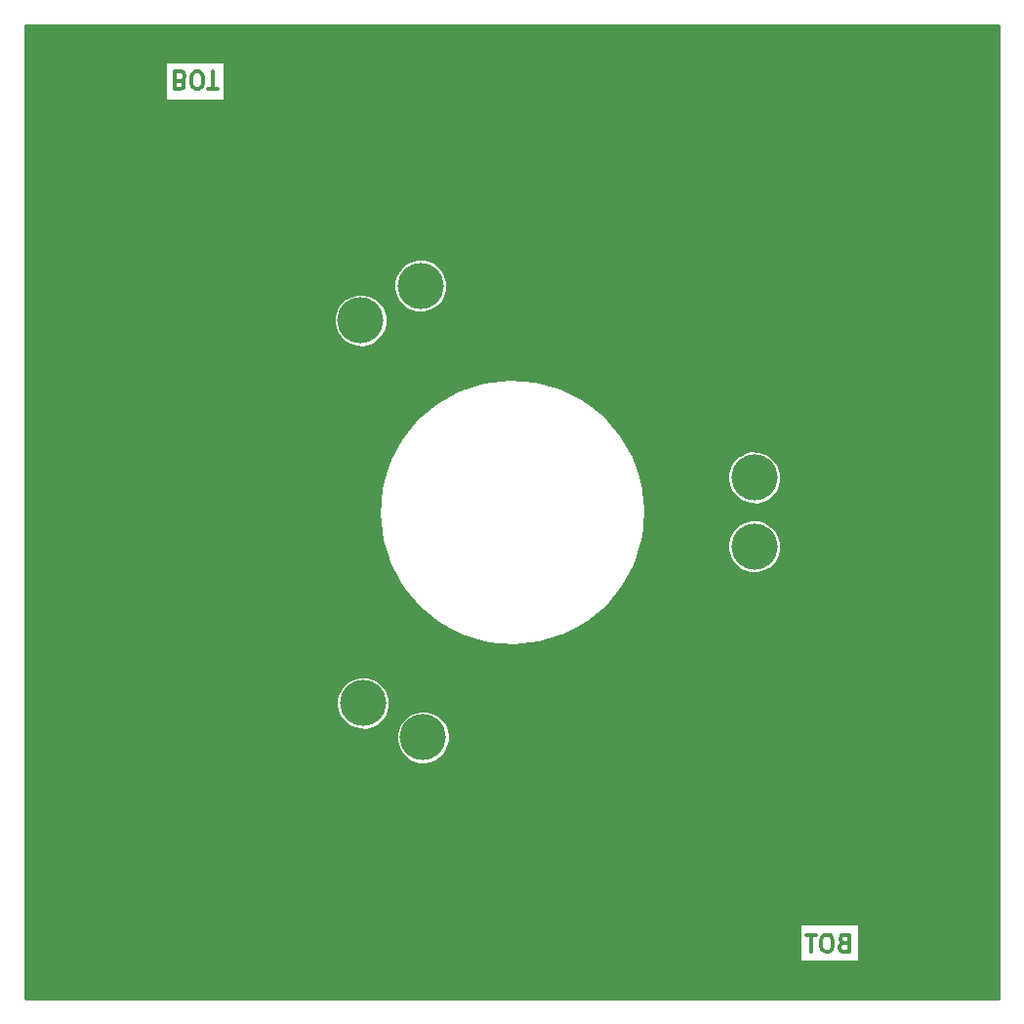
<source format=gbl>
G04 #@! TF.FileFunction,Copper,L2,Bot,Signal*
%FSLAX46Y46*%
G04 Gerber Fmt 4.6, Leading zero omitted, Abs format (unit mm)*
G04 Created by KiCad (PCBNEW 4.0.2-stable) date Tue 18 Apr 2017 08:05:02 AM CEST*
%MOMM*%
G01*
G04 APERTURE LIST*
%ADD10C,0.100000*%
%ADD11C,0.300000*%
%ADD12C,4.000000*%
%ADD13C,5.000000*%
%ADD14C,0.600000*%
%ADD15C,1.600000*%
%ADD16C,0.254000*%
G04 APERTURE END LIST*
D10*
D11*
X71250000Y-62607143D02*
X71464286Y-62535714D01*
X71535714Y-62464286D01*
X71607143Y-62321429D01*
X71607143Y-62107143D01*
X71535714Y-61964286D01*
X71464286Y-61892857D01*
X71321428Y-61821429D01*
X70750000Y-61821429D01*
X70750000Y-63321429D01*
X71250000Y-63321429D01*
X71392857Y-63250000D01*
X71464286Y-63178571D01*
X71535714Y-63035714D01*
X71535714Y-62892857D01*
X71464286Y-62750000D01*
X71392857Y-62678571D01*
X71250000Y-62607143D01*
X70750000Y-62607143D01*
X72535714Y-63321429D02*
X72821428Y-63321429D01*
X72964286Y-63250000D01*
X73107143Y-63107143D01*
X73178571Y-62821429D01*
X73178571Y-62321429D01*
X73107143Y-62035714D01*
X72964286Y-61892857D01*
X72821428Y-61821429D01*
X72535714Y-61821429D01*
X72392857Y-61892857D01*
X72250000Y-62035714D01*
X72178571Y-62321429D01*
X72178571Y-62821429D01*
X72250000Y-63107143D01*
X72392857Y-63250000D01*
X72535714Y-63321429D01*
X73607143Y-63321429D02*
X74464286Y-63321429D01*
X74035715Y-61821429D02*
X74035715Y-63321429D01*
X128750000Y-137392857D02*
X128535714Y-137464286D01*
X128464286Y-137535714D01*
X128392857Y-137678571D01*
X128392857Y-137892857D01*
X128464286Y-138035714D01*
X128535714Y-138107143D01*
X128678572Y-138178571D01*
X129250000Y-138178571D01*
X129250000Y-136678571D01*
X128750000Y-136678571D01*
X128607143Y-136750000D01*
X128535714Y-136821429D01*
X128464286Y-136964286D01*
X128464286Y-137107143D01*
X128535714Y-137250000D01*
X128607143Y-137321429D01*
X128750000Y-137392857D01*
X129250000Y-137392857D01*
X127464286Y-136678571D02*
X127178572Y-136678571D01*
X127035714Y-136750000D01*
X126892857Y-136892857D01*
X126821429Y-137178571D01*
X126821429Y-137678571D01*
X126892857Y-137964286D01*
X127035714Y-138107143D01*
X127178572Y-138178571D01*
X127464286Y-138178571D01*
X127607143Y-138107143D01*
X127750000Y-137964286D01*
X127821429Y-137678571D01*
X127821429Y-137178571D01*
X127750000Y-136892857D01*
X127607143Y-136750000D01*
X127464286Y-136678571D01*
X126392857Y-136678571D02*
X125535714Y-136678571D01*
X125964285Y-138178571D02*
X125964285Y-136678571D01*
D12*
X92258330Y-119562178D03*
X87062178Y-116562178D03*
X86857695Y-83370835D03*
X92053848Y-80370835D03*
X121000000Y-97000000D03*
X121000000Y-103000000D03*
X65000000Y-135000000D03*
X135000000Y-135000000D03*
X65000000Y-65000000D03*
X135000000Y-65000000D03*
D13*
X121500000Y-62760908D03*
X137239092Y-78500000D03*
D14*
X112250000Y-100000000D03*
X112063895Y-102127190D03*
X111511235Y-104189747D03*
X110608811Y-106125000D03*
X109384044Y-107874148D03*
X107874148Y-109384044D03*
X106125000Y-110608811D03*
X104189747Y-111511235D03*
X102127190Y-112063895D03*
X100000000Y-112250000D03*
X97872810Y-112063895D03*
X95810253Y-111511235D03*
X93875000Y-110608811D03*
X92125852Y-109384044D03*
X90615956Y-107874148D03*
X89391189Y-106125000D03*
X88488765Y-104189747D03*
X87936105Y-102127190D03*
X87750000Y-100000000D03*
X87936105Y-97872810D03*
X88488765Y-95810253D03*
X89391189Y-93875000D03*
X90615956Y-92125852D03*
X92125852Y-90615956D03*
X93875000Y-89391189D03*
X95810253Y-88488765D03*
X97872810Y-87936105D03*
X100000000Y-87750000D03*
X102127190Y-87936105D03*
X104189747Y-88488765D03*
X106125000Y-89391189D03*
X107874148Y-90615956D03*
X109384044Y-92125852D03*
X110608811Y-93875000D03*
X111511235Y-95810253D03*
X112063895Y-97872810D03*
D11*
X114000000Y-100000000D02*
X111900000Y-100000000D01*
X114000000Y-114000000D02*
X114000000Y-100000000D01*
X135000000Y-135000000D02*
X114000000Y-114000000D01*
D15*
X112250000Y-100000000D02*
X112244818Y-100356288D01*
X112244818Y-100356288D02*
X112229275Y-100712274D01*
X112229275Y-100712274D02*
X112203385Y-101067658D01*
X112203385Y-101067658D02*
X112167170Y-101422138D01*
X112167170Y-101422138D02*
X112120660Y-101775415D01*
X112120660Y-101775415D02*
X112063895Y-102127190D01*
X112063895Y-102127190D02*
X111996923Y-102477165D01*
X111996923Y-102477165D02*
X111919800Y-102825044D01*
X111919800Y-102825044D02*
X111832591Y-103170533D01*
X111832591Y-103170533D02*
X111735372Y-103513340D01*
X111735372Y-103513340D02*
X111628222Y-103853173D01*
X111628222Y-103853173D02*
X111511235Y-104189747D01*
X111511235Y-104189747D02*
X111384507Y-104522775D01*
X111384507Y-104522775D02*
X111248147Y-104851977D01*
X111248147Y-104851977D02*
X111102270Y-105177074D01*
X111102270Y-105177074D02*
X110947000Y-105497790D01*
X110947000Y-105497790D02*
X110782467Y-105813855D01*
X110782467Y-105813855D02*
X110608811Y-106125000D01*
X110608811Y-106125000D02*
X110426179Y-106430963D01*
X110426179Y-106430963D02*
X110234726Y-106731485D01*
X110234726Y-106731485D02*
X110034613Y-107026311D01*
X110034613Y-107026311D02*
X109826009Y-107315193D01*
X109826009Y-107315193D02*
X109609092Y-107597885D01*
X109609092Y-107597885D02*
X109384044Y-107874148D01*
X109384044Y-107874148D02*
X109151057Y-108143749D01*
X109151057Y-108143749D02*
X108910327Y-108406460D01*
X108910327Y-108406460D02*
X108662058Y-108662058D01*
X108662058Y-108662058D02*
X108406460Y-108910327D01*
X108406460Y-108910327D02*
X108143749Y-109151057D01*
X108143749Y-109151057D02*
X107874148Y-109384044D01*
X107874148Y-109384044D02*
X107597885Y-109609092D01*
X107597885Y-109609092D02*
X107315193Y-109826009D01*
X107315193Y-109826009D02*
X107026311Y-110034613D01*
X107026311Y-110034613D02*
X106731485Y-110234726D01*
X106731485Y-110234726D02*
X106430963Y-110426179D01*
X106430963Y-110426179D02*
X106125000Y-110608811D01*
X106125000Y-110608811D02*
X105813855Y-110782467D01*
X105813855Y-110782467D02*
X105497790Y-110947000D01*
X105497790Y-110947000D02*
X105177074Y-111102270D01*
X105177074Y-111102270D02*
X104851977Y-111248147D01*
X104851977Y-111248147D02*
X104522775Y-111384507D01*
X104522775Y-111384507D02*
X104189747Y-111511235D01*
X104189747Y-111511235D02*
X103853173Y-111628222D01*
X103853173Y-111628222D02*
X103513340Y-111735372D01*
X103513340Y-111735372D02*
X103170533Y-111832591D01*
X103170533Y-111832591D02*
X102825044Y-111919800D01*
X102825044Y-111919800D02*
X102477165Y-111996923D01*
X102477165Y-111996923D02*
X102127190Y-112063895D01*
X102127190Y-112063895D02*
X101775415Y-112120660D01*
X101775415Y-112120660D02*
X101422138Y-112167170D01*
X101422138Y-112167170D02*
X101067658Y-112203385D01*
X101067658Y-112203385D02*
X100712274Y-112229275D01*
X100712274Y-112229275D02*
X100356288Y-112244818D01*
X100356288Y-112244818D02*
X100000000Y-112250000D01*
X100000000Y-112250000D02*
X99643712Y-112244818D01*
X99643712Y-112244818D02*
X99287726Y-112229275D01*
X99287726Y-112229275D02*
X98932342Y-112203385D01*
X98932342Y-112203385D02*
X98577862Y-112167170D01*
X98577862Y-112167170D02*
X98224585Y-112120660D01*
X98224585Y-112120660D02*
X97872810Y-112063895D01*
X97872810Y-112063895D02*
X97522835Y-111996923D01*
X97522835Y-111996923D02*
X97174956Y-111919800D01*
X97174956Y-111919800D02*
X96829467Y-111832591D01*
X96829467Y-111832591D02*
X96486660Y-111735372D01*
X96486660Y-111735372D02*
X96146827Y-111628222D01*
X96146827Y-111628222D02*
X95810253Y-111511235D01*
X95810253Y-111511235D02*
X95477225Y-111384507D01*
X95477225Y-111384507D02*
X95148023Y-111248147D01*
X95148023Y-111248147D02*
X94822926Y-111102270D01*
X94822926Y-111102270D02*
X94502210Y-110947000D01*
X94502210Y-110947000D02*
X94186145Y-110782467D01*
X94186145Y-110782467D02*
X93875000Y-110608811D01*
X93875000Y-110608811D02*
X93569037Y-110426179D01*
X93569037Y-110426179D02*
X93268515Y-110234726D01*
X93268515Y-110234726D02*
X92973689Y-110034613D01*
X92973689Y-110034613D02*
X92684807Y-109826009D01*
X92684807Y-109826009D02*
X92402115Y-109609092D01*
X92402115Y-109609092D02*
X92125852Y-109384044D01*
X92125852Y-109384044D02*
X91856251Y-109151057D01*
X91856251Y-109151057D02*
X91593540Y-108910327D01*
X91593540Y-108910327D02*
X91337942Y-108662058D01*
X91337942Y-108662058D02*
X91089673Y-108406460D01*
X91089673Y-108406460D02*
X90848943Y-108143749D01*
X90848943Y-108143749D02*
X90615956Y-107874148D01*
X90615956Y-107874148D02*
X90390908Y-107597885D01*
X90390908Y-107597885D02*
X90173991Y-107315193D01*
X90173991Y-107315193D02*
X89965387Y-107026311D01*
X89965387Y-107026311D02*
X89765274Y-106731485D01*
X89765274Y-106731485D02*
X89573821Y-106430963D01*
X89573821Y-106430963D02*
X89391189Y-106125000D01*
X89391189Y-106125000D02*
X89217533Y-105813855D01*
X89217533Y-105813855D02*
X89053000Y-105497790D01*
X89053000Y-105497790D02*
X88897730Y-105177074D01*
X88897730Y-105177074D02*
X88751853Y-104851977D01*
X88751853Y-104851977D02*
X88615493Y-104522775D01*
X88615493Y-104522775D02*
X88488765Y-104189747D01*
X88488765Y-104189747D02*
X88371778Y-103853173D01*
X88371778Y-103853173D02*
X88264628Y-103513340D01*
X88264628Y-103513340D02*
X88167409Y-103170533D01*
X88167409Y-103170533D02*
X88080200Y-102825044D01*
X88080200Y-102825044D02*
X88003077Y-102477165D01*
X88003077Y-102477165D02*
X87936105Y-102127190D01*
X87936105Y-102127190D02*
X87879340Y-101775415D01*
X87879340Y-101775415D02*
X87832830Y-101422138D01*
X87832830Y-101422138D02*
X87796615Y-101067658D01*
X87796615Y-101067658D02*
X87770725Y-100712274D01*
X87770725Y-100712274D02*
X87755182Y-100356288D01*
X87755182Y-100356288D02*
X87750000Y-100000000D01*
X87750000Y-100000000D02*
X87755182Y-99643712D01*
X87755182Y-99643712D02*
X87770725Y-99287726D01*
X87770725Y-99287726D02*
X87796615Y-98932342D01*
X87796615Y-98932342D02*
X87832830Y-98577862D01*
X87832830Y-98577862D02*
X87879340Y-98224585D01*
X87879340Y-98224585D02*
X87936105Y-97872810D01*
X87936105Y-97872810D02*
X88003077Y-97522835D01*
X88003077Y-97522835D02*
X88080200Y-97174956D01*
X88080200Y-97174956D02*
X88167409Y-96829467D01*
X88167409Y-96829467D02*
X88264628Y-96486660D01*
X88264628Y-96486660D02*
X88371778Y-96146827D01*
X88371778Y-96146827D02*
X88488765Y-95810253D01*
X88488765Y-95810253D02*
X88615493Y-95477225D01*
X88615493Y-95477225D02*
X88751853Y-95148023D01*
X88751853Y-95148023D02*
X88897730Y-94822926D01*
X88897730Y-94822926D02*
X89053000Y-94502210D01*
X89053000Y-94502210D02*
X89217533Y-94186145D01*
X89217533Y-94186145D02*
X89391189Y-93875000D01*
X89391189Y-93875000D02*
X89573821Y-93569037D01*
X89573821Y-93569037D02*
X89765274Y-93268515D01*
X89765274Y-93268515D02*
X89965387Y-92973689D01*
X89965387Y-92973689D02*
X90173991Y-92684807D01*
X90173991Y-92684807D02*
X90390908Y-92402115D01*
X90390908Y-92402115D02*
X90615956Y-92125852D01*
X90615956Y-92125852D02*
X90848943Y-91856251D01*
X90848943Y-91856251D02*
X91089673Y-91593540D01*
X91089673Y-91593540D02*
X91337942Y-91337942D01*
X91337942Y-91337942D02*
X91593540Y-91089673D01*
X91593540Y-91089673D02*
X91856251Y-90848943D01*
X91856251Y-90848943D02*
X92125852Y-90615956D01*
X92125852Y-90615956D02*
X92402115Y-90390908D01*
X92402115Y-90390908D02*
X92684807Y-90173991D01*
X92684807Y-90173991D02*
X92973689Y-89965387D01*
X92973689Y-89965387D02*
X93268515Y-89765274D01*
X93268515Y-89765274D02*
X93569037Y-89573821D01*
X93569037Y-89573821D02*
X93875000Y-89391189D01*
X93875000Y-89391189D02*
X94186145Y-89217533D01*
X94186145Y-89217533D02*
X94502210Y-89053000D01*
X94502210Y-89053000D02*
X94822926Y-88897730D01*
X94822926Y-88897730D02*
X95148023Y-88751853D01*
X95148023Y-88751853D02*
X95477225Y-88615493D01*
X95477225Y-88615493D02*
X95810253Y-88488765D01*
X95810253Y-88488765D02*
X96146827Y-88371778D01*
X96146827Y-88371778D02*
X96486660Y-88264628D01*
X96486660Y-88264628D02*
X96829467Y-88167409D01*
X96829467Y-88167409D02*
X97174956Y-88080200D01*
X97174956Y-88080200D02*
X97522835Y-88003077D01*
X97522835Y-88003077D02*
X97872810Y-87936105D01*
X97872810Y-87936105D02*
X98224585Y-87879340D01*
X98224585Y-87879340D02*
X98577862Y-87832830D01*
X98577862Y-87832830D02*
X98932342Y-87796615D01*
X98932342Y-87796615D02*
X99287726Y-87770725D01*
X99287726Y-87770725D02*
X99643712Y-87755182D01*
X99643712Y-87755182D02*
X100000000Y-87750000D01*
X100000000Y-87750000D02*
X100356288Y-87755182D01*
X100356288Y-87755182D02*
X100712274Y-87770725D01*
X100712274Y-87770725D02*
X101067658Y-87796615D01*
X101067658Y-87796615D02*
X101422138Y-87832830D01*
X101422138Y-87832830D02*
X101775415Y-87879340D01*
X101775415Y-87879340D02*
X102127190Y-87936105D01*
X102127190Y-87936105D02*
X102477165Y-88003077D01*
X102477165Y-88003077D02*
X102825044Y-88080200D01*
X102825044Y-88080200D02*
X103170533Y-88167409D01*
X103170533Y-88167409D02*
X103513340Y-88264628D01*
X103513340Y-88264628D02*
X103853173Y-88371778D01*
X103853173Y-88371778D02*
X104189747Y-88488765D01*
X104189747Y-88488765D02*
X104522775Y-88615493D01*
X104522775Y-88615493D02*
X104851977Y-88751853D01*
X104851977Y-88751853D02*
X105177074Y-88897730D01*
X105177074Y-88897730D02*
X105497790Y-89053000D01*
X105497790Y-89053000D02*
X105813855Y-89217533D01*
X105813855Y-89217533D02*
X106125000Y-89391189D01*
X106125000Y-89391189D02*
X106430963Y-89573821D01*
X106430963Y-89573821D02*
X106731485Y-89765274D01*
X106731485Y-89765274D02*
X107026311Y-89965387D01*
X107026311Y-89965387D02*
X107315193Y-90173991D01*
X107315193Y-90173991D02*
X107597885Y-90390908D01*
X107597885Y-90390908D02*
X107874148Y-90615956D01*
X107874148Y-90615956D02*
X108143749Y-90848943D01*
X108143749Y-90848943D02*
X108406460Y-91089673D01*
X108406460Y-91089673D02*
X108662058Y-91337942D01*
X108662058Y-91337942D02*
X108910327Y-91593540D01*
X108910327Y-91593540D02*
X109151057Y-91856251D01*
X109151057Y-91856251D02*
X109384044Y-92125852D01*
X109384044Y-92125852D02*
X109609092Y-92402115D01*
X109609092Y-92402115D02*
X109826009Y-92684807D01*
X109826009Y-92684807D02*
X110034613Y-92973689D01*
X110034613Y-92973689D02*
X110234726Y-93268515D01*
X110234726Y-93268515D02*
X110426179Y-93569037D01*
X110426179Y-93569037D02*
X110608811Y-93875000D01*
X110608811Y-93875000D02*
X110782467Y-94186145D01*
X110782467Y-94186145D02*
X110947000Y-94502210D01*
X110947000Y-94502210D02*
X111102270Y-94822926D01*
X111102270Y-94822926D02*
X111248147Y-95148023D01*
X111248147Y-95148023D02*
X111384507Y-95477225D01*
X111384507Y-95477225D02*
X111511235Y-95810253D01*
X111511235Y-95810253D02*
X111628222Y-96146827D01*
X111628222Y-96146827D02*
X111735372Y-96486660D01*
X111735372Y-96486660D02*
X111832591Y-96829467D01*
X111832591Y-96829467D02*
X111919800Y-97174956D01*
X111919800Y-97174956D02*
X111996923Y-97522835D01*
X111996923Y-97522835D02*
X112063895Y-97872810D01*
X112063895Y-97872810D02*
X112120660Y-98224585D01*
X112120660Y-98224585D02*
X112167170Y-98577862D01*
X112167170Y-98577862D02*
X112203385Y-98932342D01*
X112203385Y-98932342D02*
X112229275Y-99287726D01*
X112229275Y-99287726D02*
X112244818Y-99643712D01*
X112244818Y-99643712D02*
X112250000Y-100000000D01*
D16*
G36*
X142172500Y-142172500D02*
X57827500Y-142172500D01*
X57827500Y-135673000D01*
X124915857Y-135673000D01*
X124915857Y-139027000D01*
X130084143Y-139027000D01*
X130084143Y-135673000D01*
X124915857Y-135673000D01*
X57827500Y-135673000D01*
X57827500Y-119757838D01*
X89928272Y-119757838D01*
X90010651Y-120206690D01*
X90178644Y-120630991D01*
X90425852Y-121014582D01*
X90742858Y-121342852D01*
X91117588Y-121603296D01*
X91535768Y-121785994D01*
X91981471Y-121883989D01*
X92437719Y-121893546D01*
X92887134Y-121814302D01*
X93312598Y-121649275D01*
X93697906Y-121404751D01*
X94028381Y-121090045D01*
X94291434Y-120717142D01*
X94477048Y-120300247D01*
X94578151Y-119855240D01*
X94585429Y-119334004D01*
X94496791Y-118886347D01*
X94322890Y-118464432D01*
X94070351Y-118084330D01*
X93748792Y-117760518D01*
X93370463Y-117505332D01*
X92949772Y-117328490D01*
X92502745Y-117236728D01*
X92046408Y-117233542D01*
X91598143Y-117319053D01*
X91175024Y-117490005D01*
X90793168Y-117739884D01*
X90467120Y-118059174D01*
X90209298Y-118435713D01*
X90029523Y-118855159D01*
X89934643Y-119301535D01*
X89928272Y-119757838D01*
X57827500Y-119757838D01*
X57827500Y-116757838D01*
X84732120Y-116757838D01*
X84814499Y-117206690D01*
X84982492Y-117630991D01*
X85229700Y-118014582D01*
X85546706Y-118342852D01*
X85921436Y-118603296D01*
X86339616Y-118785994D01*
X86785319Y-118883989D01*
X87241567Y-118893546D01*
X87690982Y-118814302D01*
X88116446Y-118649275D01*
X88501754Y-118404751D01*
X88832229Y-118090045D01*
X89095282Y-117717142D01*
X89280896Y-117300247D01*
X89381999Y-116855240D01*
X89389277Y-116334004D01*
X89300639Y-115886347D01*
X89126738Y-115464432D01*
X88874199Y-115084330D01*
X88552640Y-114760518D01*
X88174311Y-114505332D01*
X87753620Y-114328490D01*
X87306593Y-114236728D01*
X86850256Y-114233542D01*
X86401991Y-114319053D01*
X85978872Y-114490005D01*
X85597016Y-114739884D01*
X85270968Y-115059174D01*
X85013146Y-115435713D01*
X84833371Y-115855159D01*
X84738491Y-116301535D01*
X84732120Y-116757838D01*
X57827500Y-116757838D01*
X57827500Y-100161647D01*
X88423629Y-100161647D01*
X88675496Y-102407098D01*
X89358711Y-104560862D01*
X90447248Y-106540905D01*
X91899648Y-108271807D01*
X93660587Y-109687639D01*
X95662992Y-110734471D01*
X97830593Y-111372431D01*
X100080826Y-111577218D01*
X102327980Y-111341032D01*
X104486462Y-110672871D01*
X106474056Y-109598182D01*
X108215055Y-108157903D01*
X109643146Y-106406891D01*
X110703932Y-104411842D01*
X111071118Y-103195660D01*
X118669942Y-103195660D01*
X118752321Y-103644512D01*
X118920314Y-104068813D01*
X119167522Y-104452404D01*
X119484528Y-104780674D01*
X119859258Y-105041118D01*
X120277438Y-105223816D01*
X120723141Y-105321811D01*
X121179389Y-105331368D01*
X121628804Y-105252124D01*
X122054268Y-105087097D01*
X122439576Y-104842573D01*
X122770051Y-104527867D01*
X123033104Y-104154964D01*
X123218718Y-103738069D01*
X123319821Y-103293062D01*
X123327099Y-102771826D01*
X123238461Y-102324169D01*
X123064560Y-101902254D01*
X122812021Y-101522152D01*
X122490462Y-101198340D01*
X122112133Y-100943154D01*
X121691442Y-100766312D01*
X121244415Y-100674550D01*
X120788078Y-100671364D01*
X120339813Y-100756875D01*
X119916694Y-100927827D01*
X119534838Y-101177706D01*
X119208790Y-101496996D01*
X118950968Y-101873535D01*
X118771193Y-102292981D01*
X118676313Y-102739357D01*
X118669942Y-103195660D01*
X111071118Y-103195660D01*
X111357008Y-102248748D01*
X111577500Y-100000000D01*
X111572986Y-99676737D01*
X111289792Y-97435022D01*
X111210167Y-97195660D01*
X118669942Y-97195660D01*
X118752321Y-97644512D01*
X118920314Y-98068813D01*
X119167522Y-98452404D01*
X119484528Y-98780674D01*
X119859258Y-99041118D01*
X120277438Y-99223816D01*
X120723141Y-99321811D01*
X121179389Y-99331368D01*
X121628804Y-99252124D01*
X122054268Y-99087097D01*
X122439576Y-98842573D01*
X122770051Y-98527867D01*
X123033104Y-98154964D01*
X123218718Y-97738069D01*
X123319821Y-97293062D01*
X123327099Y-96771826D01*
X123238461Y-96324169D01*
X123064560Y-95902254D01*
X122812021Y-95522152D01*
X122490462Y-95198340D01*
X122112133Y-94943154D01*
X121691442Y-94766312D01*
X121244415Y-94674550D01*
X120788078Y-94671364D01*
X120339813Y-94756875D01*
X119916694Y-94927827D01*
X119534838Y-95177706D01*
X119208790Y-95496996D01*
X118950968Y-95873535D01*
X118771193Y-96292981D01*
X118676313Y-96739357D01*
X118669942Y-97195660D01*
X111210167Y-97195660D01*
X110576573Y-95291007D01*
X109460495Y-93326355D01*
X107984070Y-91615900D01*
X106203535Y-90224793D01*
X104186708Y-89206021D01*
X102010412Y-88598388D01*
X99757539Y-88425039D01*
X97513902Y-88692577D01*
X95364959Y-89390810D01*
X93392564Y-90493145D01*
X91671843Y-91957593D01*
X90268340Y-93728373D01*
X89235513Y-95738038D01*
X88612701Y-97910040D01*
X88423629Y-100161647D01*
X57827500Y-100161647D01*
X57827500Y-83566495D01*
X84527637Y-83566495D01*
X84610016Y-84015347D01*
X84778009Y-84439648D01*
X85025217Y-84823239D01*
X85342223Y-85151509D01*
X85716953Y-85411953D01*
X86135133Y-85594651D01*
X86580836Y-85692646D01*
X87037084Y-85702203D01*
X87486499Y-85622959D01*
X87911963Y-85457932D01*
X88297271Y-85213408D01*
X88627746Y-84898702D01*
X88890799Y-84525799D01*
X89076413Y-84108904D01*
X89177516Y-83663897D01*
X89184794Y-83142661D01*
X89096156Y-82695004D01*
X88922255Y-82273089D01*
X88669716Y-81892987D01*
X88348157Y-81569175D01*
X87969828Y-81313989D01*
X87549137Y-81137147D01*
X87102110Y-81045385D01*
X86645773Y-81042199D01*
X86197508Y-81127710D01*
X85774389Y-81298662D01*
X85392533Y-81548541D01*
X85066485Y-81867831D01*
X84808663Y-82244370D01*
X84628888Y-82663816D01*
X84534008Y-83110192D01*
X84527637Y-83566495D01*
X57827500Y-83566495D01*
X57827500Y-80566495D01*
X89723790Y-80566495D01*
X89806169Y-81015347D01*
X89974162Y-81439648D01*
X90221370Y-81823239D01*
X90538376Y-82151509D01*
X90913106Y-82411953D01*
X91331286Y-82594651D01*
X91776989Y-82692646D01*
X92233237Y-82702203D01*
X92682652Y-82622959D01*
X93108116Y-82457932D01*
X93493424Y-82213408D01*
X93823899Y-81898702D01*
X94086952Y-81525799D01*
X94272566Y-81108904D01*
X94373669Y-80663897D01*
X94380947Y-80142661D01*
X94292309Y-79695004D01*
X94118408Y-79273089D01*
X93865869Y-78892987D01*
X93544310Y-78569175D01*
X93165981Y-78313989D01*
X92745290Y-78137147D01*
X92298263Y-78045385D01*
X91841926Y-78042199D01*
X91393661Y-78127710D01*
X90970542Y-78298662D01*
X90588686Y-78548541D01*
X90262638Y-78867831D01*
X90004816Y-79244370D01*
X89825041Y-79663816D01*
X89730161Y-80110192D01*
X89723790Y-80566495D01*
X57827500Y-80566495D01*
X57827500Y-60973000D01*
X69915857Y-60973000D01*
X69915857Y-64327000D01*
X75084143Y-64327000D01*
X75084143Y-60973000D01*
X69915857Y-60973000D01*
X57827500Y-60973000D01*
X57827500Y-57827500D01*
X142172500Y-57827500D01*
X142172500Y-142172500D01*
X142172500Y-142172500D01*
G37*
X142172500Y-142172500D02*
X57827500Y-142172500D01*
X57827500Y-135673000D01*
X124915857Y-135673000D01*
X124915857Y-139027000D01*
X130084143Y-139027000D01*
X130084143Y-135673000D01*
X124915857Y-135673000D01*
X57827500Y-135673000D01*
X57827500Y-119757838D01*
X89928272Y-119757838D01*
X90010651Y-120206690D01*
X90178644Y-120630991D01*
X90425852Y-121014582D01*
X90742858Y-121342852D01*
X91117588Y-121603296D01*
X91535768Y-121785994D01*
X91981471Y-121883989D01*
X92437719Y-121893546D01*
X92887134Y-121814302D01*
X93312598Y-121649275D01*
X93697906Y-121404751D01*
X94028381Y-121090045D01*
X94291434Y-120717142D01*
X94477048Y-120300247D01*
X94578151Y-119855240D01*
X94585429Y-119334004D01*
X94496791Y-118886347D01*
X94322890Y-118464432D01*
X94070351Y-118084330D01*
X93748792Y-117760518D01*
X93370463Y-117505332D01*
X92949772Y-117328490D01*
X92502745Y-117236728D01*
X92046408Y-117233542D01*
X91598143Y-117319053D01*
X91175024Y-117490005D01*
X90793168Y-117739884D01*
X90467120Y-118059174D01*
X90209298Y-118435713D01*
X90029523Y-118855159D01*
X89934643Y-119301535D01*
X89928272Y-119757838D01*
X57827500Y-119757838D01*
X57827500Y-116757838D01*
X84732120Y-116757838D01*
X84814499Y-117206690D01*
X84982492Y-117630991D01*
X85229700Y-118014582D01*
X85546706Y-118342852D01*
X85921436Y-118603296D01*
X86339616Y-118785994D01*
X86785319Y-118883989D01*
X87241567Y-118893546D01*
X87690982Y-118814302D01*
X88116446Y-118649275D01*
X88501754Y-118404751D01*
X88832229Y-118090045D01*
X89095282Y-117717142D01*
X89280896Y-117300247D01*
X89381999Y-116855240D01*
X89389277Y-116334004D01*
X89300639Y-115886347D01*
X89126738Y-115464432D01*
X88874199Y-115084330D01*
X88552640Y-114760518D01*
X88174311Y-114505332D01*
X87753620Y-114328490D01*
X87306593Y-114236728D01*
X86850256Y-114233542D01*
X86401991Y-114319053D01*
X85978872Y-114490005D01*
X85597016Y-114739884D01*
X85270968Y-115059174D01*
X85013146Y-115435713D01*
X84833371Y-115855159D01*
X84738491Y-116301535D01*
X84732120Y-116757838D01*
X57827500Y-116757838D01*
X57827500Y-100161647D01*
X88423629Y-100161647D01*
X88675496Y-102407098D01*
X89358711Y-104560862D01*
X90447248Y-106540905D01*
X91899648Y-108271807D01*
X93660587Y-109687639D01*
X95662992Y-110734471D01*
X97830593Y-111372431D01*
X100080826Y-111577218D01*
X102327980Y-111341032D01*
X104486462Y-110672871D01*
X106474056Y-109598182D01*
X108215055Y-108157903D01*
X109643146Y-106406891D01*
X110703932Y-104411842D01*
X111071118Y-103195660D01*
X118669942Y-103195660D01*
X118752321Y-103644512D01*
X118920314Y-104068813D01*
X119167522Y-104452404D01*
X119484528Y-104780674D01*
X119859258Y-105041118D01*
X120277438Y-105223816D01*
X120723141Y-105321811D01*
X121179389Y-105331368D01*
X121628804Y-105252124D01*
X122054268Y-105087097D01*
X122439576Y-104842573D01*
X122770051Y-104527867D01*
X123033104Y-104154964D01*
X123218718Y-103738069D01*
X123319821Y-103293062D01*
X123327099Y-102771826D01*
X123238461Y-102324169D01*
X123064560Y-101902254D01*
X122812021Y-101522152D01*
X122490462Y-101198340D01*
X122112133Y-100943154D01*
X121691442Y-100766312D01*
X121244415Y-100674550D01*
X120788078Y-100671364D01*
X120339813Y-100756875D01*
X119916694Y-100927827D01*
X119534838Y-101177706D01*
X119208790Y-101496996D01*
X118950968Y-101873535D01*
X118771193Y-102292981D01*
X118676313Y-102739357D01*
X118669942Y-103195660D01*
X111071118Y-103195660D01*
X111357008Y-102248748D01*
X111577500Y-100000000D01*
X111572986Y-99676737D01*
X111289792Y-97435022D01*
X111210167Y-97195660D01*
X118669942Y-97195660D01*
X118752321Y-97644512D01*
X118920314Y-98068813D01*
X119167522Y-98452404D01*
X119484528Y-98780674D01*
X119859258Y-99041118D01*
X120277438Y-99223816D01*
X120723141Y-99321811D01*
X121179389Y-99331368D01*
X121628804Y-99252124D01*
X122054268Y-99087097D01*
X122439576Y-98842573D01*
X122770051Y-98527867D01*
X123033104Y-98154964D01*
X123218718Y-97738069D01*
X123319821Y-97293062D01*
X123327099Y-96771826D01*
X123238461Y-96324169D01*
X123064560Y-95902254D01*
X122812021Y-95522152D01*
X122490462Y-95198340D01*
X122112133Y-94943154D01*
X121691442Y-94766312D01*
X121244415Y-94674550D01*
X120788078Y-94671364D01*
X120339813Y-94756875D01*
X119916694Y-94927827D01*
X119534838Y-95177706D01*
X119208790Y-95496996D01*
X118950968Y-95873535D01*
X118771193Y-96292981D01*
X118676313Y-96739357D01*
X118669942Y-97195660D01*
X111210167Y-97195660D01*
X110576573Y-95291007D01*
X109460495Y-93326355D01*
X107984070Y-91615900D01*
X106203535Y-90224793D01*
X104186708Y-89206021D01*
X102010412Y-88598388D01*
X99757539Y-88425039D01*
X97513902Y-88692577D01*
X95364959Y-89390810D01*
X93392564Y-90493145D01*
X91671843Y-91957593D01*
X90268340Y-93728373D01*
X89235513Y-95738038D01*
X88612701Y-97910040D01*
X88423629Y-100161647D01*
X57827500Y-100161647D01*
X57827500Y-83566495D01*
X84527637Y-83566495D01*
X84610016Y-84015347D01*
X84778009Y-84439648D01*
X85025217Y-84823239D01*
X85342223Y-85151509D01*
X85716953Y-85411953D01*
X86135133Y-85594651D01*
X86580836Y-85692646D01*
X87037084Y-85702203D01*
X87486499Y-85622959D01*
X87911963Y-85457932D01*
X88297271Y-85213408D01*
X88627746Y-84898702D01*
X88890799Y-84525799D01*
X89076413Y-84108904D01*
X89177516Y-83663897D01*
X89184794Y-83142661D01*
X89096156Y-82695004D01*
X88922255Y-82273089D01*
X88669716Y-81892987D01*
X88348157Y-81569175D01*
X87969828Y-81313989D01*
X87549137Y-81137147D01*
X87102110Y-81045385D01*
X86645773Y-81042199D01*
X86197508Y-81127710D01*
X85774389Y-81298662D01*
X85392533Y-81548541D01*
X85066485Y-81867831D01*
X84808663Y-82244370D01*
X84628888Y-82663816D01*
X84534008Y-83110192D01*
X84527637Y-83566495D01*
X57827500Y-83566495D01*
X57827500Y-80566495D01*
X89723790Y-80566495D01*
X89806169Y-81015347D01*
X89974162Y-81439648D01*
X90221370Y-81823239D01*
X90538376Y-82151509D01*
X90913106Y-82411953D01*
X91331286Y-82594651D01*
X91776989Y-82692646D01*
X92233237Y-82702203D01*
X92682652Y-82622959D01*
X93108116Y-82457932D01*
X93493424Y-82213408D01*
X93823899Y-81898702D01*
X94086952Y-81525799D01*
X94272566Y-81108904D01*
X94373669Y-80663897D01*
X94380947Y-80142661D01*
X94292309Y-79695004D01*
X94118408Y-79273089D01*
X93865869Y-78892987D01*
X93544310Y-78569175D01*
X93165981Y-78313989D01*
X92745290Y-78137147D01*
X92298263Y-78045385D01*
X91841926Y-78042199D01*
X91393661Y-78127710D01*
X90970542Y-78298662D01*
X90588686Y-78548541D01*
X90262638Y-78867831D01*
X90004816Y-79244370D01*
X89825041Y-79663816D01*
X89730161Y-80110192D01*
X89723790Y-80566495D01*
X57827500Y-80566495D01*
X57827500Y-60973000D01*
X69915857Y-60973000D01*
X69915857Y-64327000D01*
X75084143Y-64327000D01*
X75084143Y-60973000D01*
X69915857Y-60973000D01*
X57827500Y-60973000D01*
X57827500Y-57827500D01*
X142172500Y-57827500D01*
X142172500Y-142172500D01*
M02*

</source>
